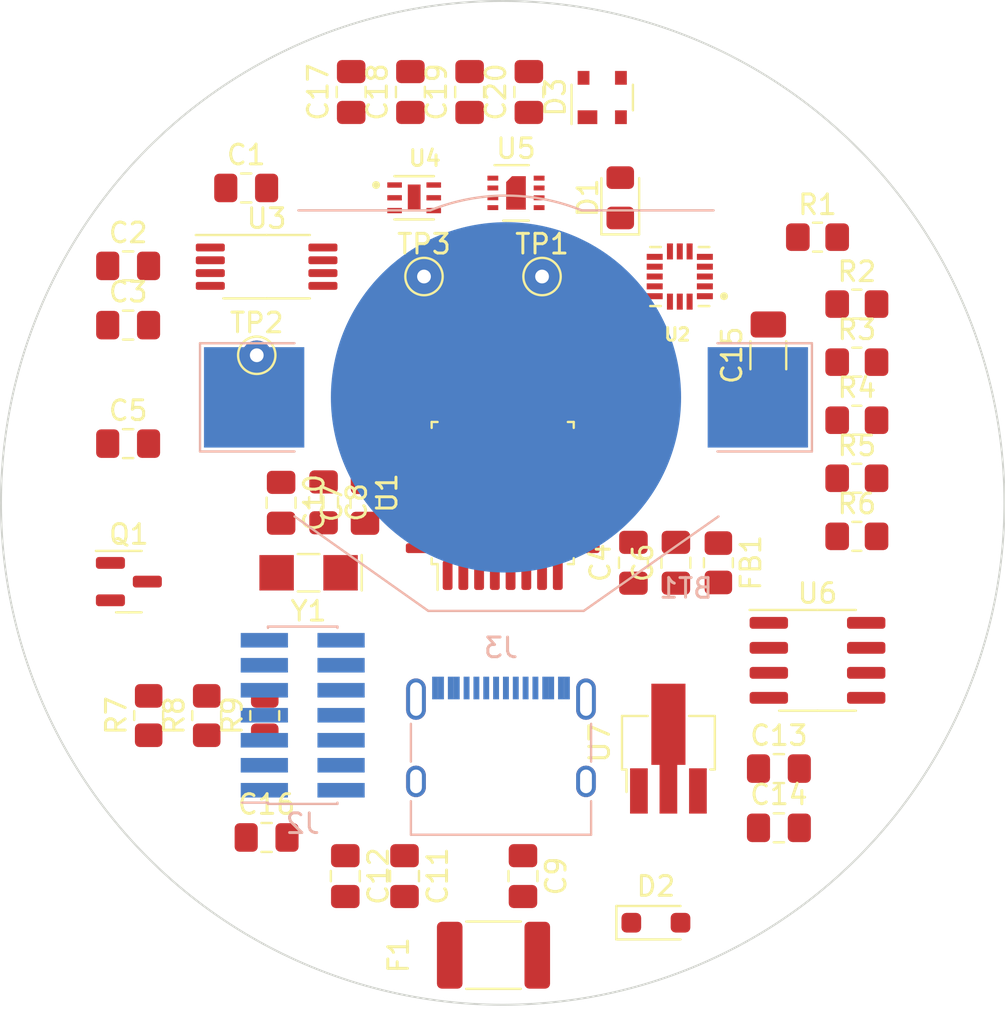
<source format=kicad_pcb>
(kicad_pcb (version 20221018) (generator pcbnew)
  (layers (0 "F.Cu" signal) (31 "B.Cu" signal) (34 "B.Paste" user) (35 "F.Paste" user) (36 "B.SilkS" user "B.Silkscreen") (37 "F.SilkS" user "F.Silkscreen") (38 "B.Mask" user) (39 "F.Mask" user) (44 "Edge.Cuts" user))
  (net 0 "")
  (net 1 "Net-(BT1-+)")
  (net 2 "GND")
  (net 3 "_RESET")
  (net 4 "+3V0")
  (net 5 "Net-(U2-BYP)")
  (net 6 "_LED")
  (net 7 "Net-(D1-A)")
  (net 8 "SWDCLK")
  (net 9 "SWDIO")
  (net 10 "/VDDANA")
  (net 11 "SDA")
  (net 12 "SCL")
  (net 13 "MOSI")
  (net 14 "SCK")
  (net 15 "_FLASH_CS")
  (net 16 "MISO")
  (net 17 "_NFC_INT")
  (net 18 "_LIGHT_INT")
  (net 19 "IMU_INT1")
  (net 20 "IMU_INT2")
  (net 21 "TEMP_INT")
  (net 22 "_TEMP_RESET")
  (net 24 "Net-(U3-AC0)")
  (net 25 "Net-(U3-AC1)")
  (net 29 "/VDDCODE")
  (net 30 "XIN32")
  (net 31 "XOUT32")
  (net 32 "Net-(D3-GND)")
  (net 33 "+5V")
  (net 34 "Net-(D2-A)")
  (net 35 "USB_DP")
  (net 36 "USB_DM")
  (net 37 "Net-(Q1-D)")
  (net 38 "Net-(J3-CC1)")
  (net 40 "Net-(J3-CC2)")
  (net 42 "USB_VBUS_SENSE")
  (net 75 "Net-(J2-GND-Pad5)")
  (net 76 "SWO")
  (footprint "Package_TO_SOT_SMD:SOT-23" (layer "F.Cu") (at 110.5 91)
    (fp_text reference "Q1" (at 0 -2.4) (layer "F.SilkS"))
    (fp_text value "IRLML6401")
    (fp_line (start 0 -1.56) (end -1.675 -1.56) (stroke (width 0.12)) (layer "F.SilkS"))
    (fp_line (start 0 -1.56) (end 0.65 -1.56) (stroke (width 0.12)) (layer "F.SilkS"))
    (fp_line (start 0 1.56) (end -0.65 1.56) (stroke (width 0.12)) (layer "F.SilkS"))
    (fp_line (start 0 1.56) (end 0.65 1.56) (stroke (width 0.12)) (layer "F.SilkS"))
    (pad "1" smd roundrect (at -0.9375 -0.95) (size 1.475 0.6) (layers "F.Cu" "F.Paste" "F.Mask") (net 33 "+5V"))
    (pad "2" smd roundrect (at -0.9375 0.95) (size 1.475 0.6) (layers "F.Cu" "F.Paste" "F.Mask") (net 4 "+3V0"))
    (pad "3" smd roundrect (at 0.9375 0) (size 1.475 0.6) (layers "F.Cu" "F.Paste" "F.Mask") (net 37 "Net-(Q1-D)"))
  )
  (footprint "Capacitor_SMD:C_0805_2012Metric_Pad1.18x1.45mm_HandSolder" (layer "F.Cu") (at 116.4625 71)
    (fp_text reference "C1" (at 0 -1.68) (layer "F.SilkS"))
    (fp_text value "100n")
    (fp_line (start -0.261252 -0.735) (end 0.261252 -0.735) (stroke (width 0.12)) (layer "F.SilkS"))
    (fp_line (start -0.261252 0.735) (end 0.261252 0.735) (stroke (width 0.12)) (layer "F.SilkS"))
    (pad "1" smd roundrect (at -1.0375 0) (size 1.175 1.45) (layers "F.Cu" "F.Paste" "F.Mask") (roundrect_rratio 0.212766) (net 3 "_RESET"))
    (pad "2" smd roundrect (at 1.0375 0) (size 1.175 1.45) (layers "F.Cu" "F.Paste" "F.Mask") (roundrect_rratio 0.212766) (net 2 "GND"))
  )
  (footprint "Resistor_SMD:R_0805_2012Metric_Pad1.20x1.40mm_HandSolder" (layer "F.Cu") (at 111.506 97.806 90)
    (fp_text reference "R7" (at 0 -1.65 90) (layer "F.SilkS"))
    (fp_text value "5k1")
    (fp_line (start -0.227064 -0.735) (end 0.227064 -0.735) (stroke (width 0.12)) (layer "F.SilkS"))
    (fp_line (start -0.227064 0.735) (end 0.227064 0.735) (stroke (width 0.12)) (layer "F.SilkS"))
    (pad "1" smd roundrect (at -1 0 90) (size 1.2 1.4) (layers "F.Cu" "F.Paste" "F.Mask") (roundrect_rratio 0.208333) (net 2 "GND"))
    (pad "2" smd roundrect (at 1 0 90) (size 1.2 1.4) (layers "F.Cu" "F.Paste" "F.Mask") (roundrect_rratio 0.208333) (net 38 "Net-(J3-CC1)"))
  )
  (footprint "Capacitor_SMD:C_1206_3216Metric_Pad1.33x1.80mm_HandSolder" (layer "F.Cu") (at 143 79.5 90)
    (fp_text reference "C15" (at 0 -1.85 90) (layer "F.SilkS"))
    (fp_text value "22u")
    (fp_line (start -0.711252 -0.91) (end 0.711252 -0.91) (stroke (width 0.12)) (layer "F.SilkS"))
    (fp_line (start -0.711252 0.91) (end 0.711252 0.91) (stroke (width 0.12)) (layer "F.SilkS"))
    (pad "1" smd roundrect (at -1.5625 0 90) (size 1.325 1.8) (layers "F.Cu" "F.Paste" "F.Mask") (roundrect_rratio 0.188679) (net 4 "+3V0"))
    (pad "2" smd roundrect (at 1.5625 0 90) (size 1.325 1.8) (layers "F.Cu" "F.Paste" "F.Mask") (roundrect_rratio 0.188679) (net 2 "GND"))
  )
  (footprint "Capacitor_SMD:C_0805_2012Metric_Pad1.18x1.45mm_HandSolder" (layer "F.Cu") (at 136.144 90.043 90)
    (fp_text reference "C4" (at 0 -1.68 90) (layer "F.SilkS"))
    (fp_text value "100n")
    (fp_line (start -0.261252 -0.735) (end 0.261252 -0.735) (stroke (width 0.12)) (layer "F.SilkS"))
    (fp_line (start -0.261252 0.735) (end 0.261252 0.735) (stroke (width 0.12)) (layer "F.SilkS"))
    (pad "1" smd roundrect (at -1.0375 0 90) (size 1.175 1.45) (layers "F.Cu" "F.Paste" "F.Mask") (roundrect_rratio 0.212766) (net 10 "/VDDANA"))
    (pad "2" smd roundrect (at 1.0375 0 90) (size 1.175 1.45) (layers "F.Cu" "F.Paste" "F.Mask") (roundrect_rratio 0.212766) (net 2 "GND"))
  )
  (footprint "Capacitor_SMD:C_0805_2012Metric_Pad1.18x1.45mm_HandSolder" (layer "F.Cu") (at 124.51 105.9625 -90)
    (fp_text reference "C11" (at 0 -1.68 90) (layer "F.SilkS"))
    (fp_text value "100n")
    (fp_line (start -0.261252 -0.735) (end 0.261252 -0.735) (stroke (width 0.12)) (layer "F.SilkS"))
    (fp_line (start -0.261252 0.735) (end 0.261252 0.735) (stroke (width 0.12)) (layer "F.SilkS"))
    (pad "1" smd roundrect (at -1.0375 0 270) (size 1.175 1.45) (layers "F.Cu" "F.Paste" "F.Mask") (roundrect_rratio 0.212766) (net 4 "+3V0"))
    (pad "2" smd roundrect (at 1.0375 0 270) (size 1.175 1.45) (layers "F.Cu" "F.Paste" "F.Mask") (roundrect_rratio 0.212766) (net 2 "GND"))
  )
  (footprint "Resistor_SMD:R_0805_2012Metric_Pad1.20x1.40mm_HandSolder" (layer "F.Cu") (at 117.406 97.806 90)
    (fp_text reference "R9" (at 0 -1.65 90) (layer "F.SilkS"))
    (fp_text value "10k")
    (fp_line (start -0.227064 -0.735) (end 0.227064 -0.735) (stroke (width 0.12)) (layer "F.SilkS"))
    (fp_line (start -0.227064 0.735) (end 0.227064 0.735) (stroke (width 0.12)) (layer "F.SilkS"))
    (pad "1" smd roundrect (at -1 0 90) (size 1.2 1.4) (layers "F.Cu" "F.Paste" "F.Mask") (roundrect_rratio 0.208333) (net 42 "USB_VBUS_SENSE"))
    (pad "2" smd roundrect (at 1 0 90) (size 1.2 1.4) (layers "F.Cu" "F.Paste" "F.Mask") (roundrect_rratio 0.208333) (net 2 "GND"))
  )
  (footprint "Resistor_SMD:R_0805_2012Metric_Pad1.20x1.40mm_HandSolder" (layer "F.Cu") (at 147.5 88.7)
    (fp_text reference "R6" (at 0 -1.65) (layer "F.SilkS"))
    (fp_text value "10k")
    (fp_line (start -0.227064 -0.735) (end 0.227064 -0.735) (stroke (width 0.12)) (layer "F.SilkS"))
    (fp_line (start -0.227064 0.735) (end 0.227064 0.735) (stroke (width 0.12)) (layer "F.SilkS"))
    (pad "1" smd roundrect (at -1 0) (size 1.2 1.4) (layers "F.Cu" "F.Paste" "F.Mask") (roundrect_rratio 0.208333) (net 33 "+5V"))
    (pad "2" smd roundrect (at 1 0) (size 1.2 1.4) (layers "F.Cu" "F.Paste" "F.Mask") (roundrect_rratio 0.208333) (net 42 "USB_VBUS_SENSE"))
  )
  (footprint "Capacitor_SMD:C_0805_2012Metric_Pad1.18x1.45mm_HandSolder" (layer "F.Cu") (at 121.799 66.125 90)
    (fp_text reference "C17" (at 0 -1.68 90) (layer "F.SilkS"))
    (fp_text value "22p")
    (fp_line (start -0.261252 -0.735) (end 0.261252 -0.735) (stroke (width 0.12)) (layer "F.SilkS"))
    (fp_line (start -0.261252 0.735) (end 0.261252 0.735) (stroke (width 0.12)) (layer "F.SilkS"))
    (pad "1" smd roundrect (at -1.0375 0 90) (size 1.175 1.45) (layers "F.Cu" "F.Paste" "F.Mask") (roundrect_rratio 0.212766) (net 30 "XIN32"))
    (pad "2" smd roundrect (at 1.0375 0 90) (size 1.175 1.45) (layers "F.Cu" "F.Paste" "F.Mask") (roundrect_rratio 0.212766) (net 2 "GND"))
  )
  (footprint "Diode_SMD:D_SOD-323_HandSoldering" (layer "F.Cu") (at 137.287 108.331)
    (fp_text reference "D2" (at 0 -1.85) (layer "F.SilkS"))
    (fp_text value "BAT60A")
    (fp_line (start -2.01 -0.85) (end -2.01 0.85) (stroke (width 0.12)) (layer "F.SilkS"))
    (fp_line (start -2.01 -0.85) (end 1.25 -0.85) (stroke (width 0.12)) (layer "F.SilkS"))
    (fp_line (start -2.01 0.85) (end 1.25 0.85) (stroke (width 0.12)) (layer "F.SilkS"))
    (pad "1" smd roundrect (at -1.25 0) (size 1 1) (layers "F.Cu" "F.Paste" "F.Mask") (net 33 "+5V"))
    (pad "2" smd roundrect (at 1.25 0) (size 1 1) (layers "F.Cu" "F.Paste" "F.Mask") (net 34 "Net-(D2-A)"))
  )
  (footprint "Package_SO:TSSOP-8_4.4x3mm_P0.65mm" (layer "F.Cu") (at 117.5 75)
    (fp_text reference "U3" (at 0 -2.45) (layer "F.SilkS"))
    (fp_text value "ST25DV04K")
    (fp_line (start 0 -1.61) (end -3.6 -1.61) (stroke (width 0.12)) (layer "F.SilkS"))
    (fp_line (start 0 -1.61) (end 2.2 -1.61) (stroke (width 0.12)) (layer "F.SilkS"))
    (fp_line (start 0 1.61) (end -2.2 1.61) (stroke (width 0.12)) (layer "F.SilkS"))
    (fp_line (start 0 1.61) (end 2.2 1.61) (stroke (width 0.12)) (layer "F.SilkS"))
    (pad "1" smd roundrect (at -2.8625 -0.975) (size 1.475 0.4) (layers "F.Cu" "F.Paste" "F.Mask"))
    (pad "2" smd roundrect (at -2.8625 -0.325) (size 1.475 0.4) (layers "F.Cu" "F.Paste" "F.Mask") (net 24 "Net-(U3-AC0)"))
    (pad "3" smd roundrect (at -2.8625 0.325) (size 1.475 0.4) (layers "F.Cu" "F.Paste" "F.Mask") (net 25 "Net-(U3-AC1)"))
    (pad "4" smd roundrect (at -2.8625 0.975) (size 1.475 0.4) (layers "F.Cu" "F.Paste" "F.Mask") (net 2 "GND"))
    (pad "5" smd roundrect (at 2.8625 0.975) (size 1.475 0.4) (layers "F.Cu" "F.Paste" "F.Mask") (net 11 "SDA"))
    (pad "6" smd roundrect (at 2.8625 0.325) (size 1.475 0.4) (layers "F.Cu" "F.Paste" "F.Mask") (net 12 "SCL"))
    (pad "7" smd roundrect (at 2.8625 -0.325) (size 1.475 0.4) (layers "F.Cu" "F.Paste" "F.Mask") (net 17 "_NFC_INT"))
    (pad "8" smd roundrect (at 2.8625 -0.975) (size 1.475 0.4) (layers "F.Cu" "F.Paste" "F.Mask") (net 4 "+3V0"))
  )
  (footprint "Sensor_Humidity:Sensirion_DFN-8-1EP_2.5x2.5mm_P0.5mm_EP1.1x1.7mm" (layer "F.Cu") (at 130.175 71.25)
    (fp_text reference "U5" (at 0 -2.25) (layer "F.SilkS"))
    (fp_text value "SHT30-DIS")
    (fp_line (start -1.09 -1.41) (end 0.65 -1.41) (stroke (width 0.12)) (layer "F.SilkS"))
    (fp_line (start -0.65 1.41) (end 0.65 1.41) (stroke (width 0.12)) (layer "F.SilkS"))
    (pad "1" smd rect (at -1.175 -0.75) (size 0.55 0.25) (layers "F.Cu" "F.Paste" "F.Mask") (net 11 "SDA"))
    (pad "2" smd rect (at -1.175 -0.25) (size 0.55 0.25) (layers "F.Cu" "F.Paste" "F.Mask") (net 2 "GND"))
    (pad "3" smd rect (at -1.175 0.25) (size 0.55 0.25) (layers "F.Cu" "F.Paste" "F.Mask") (net 21 "TEMP_INT"))
    (pad "4" smd rect (at -1.175 0.75 180) (size 0.55 0.25) (layers "F.Cu" "F.Paste" "F.Mask") (net 12 "SCL"))
    (pad "5" smd rect (at 1.175 0.75) (size 0.55 0.25) (layers "F.Cu" "F.Paste" "F.Mask") (net 4 "+3V0"))
    (pad "6" smd rect (at 1.175 0.25) (size 0.55 0.25) (layers "F.Cu" "F.Paste" "F.Mask") (net 22 "_TEMP_RESET"))
    (pad "7" smd rect (at 1.175 -0.25) (size 0.55 0.25) (layers "F.Cu" "F.Paste" "F.Mask") (net 2 "GND"))
    (pad "8" smd rect (at 1.175 -0.75) (size 0.55 0.25) (layers "F.Cu" "F.Paste" "F.Mask") (net 2 "GND"))
    (pad "9" smd custom (at 0 0) (size 1 1) (layers "F.Cu" "F.Mask") (net 2 "GND") (options (clearance outline) (anchor circle)) (primitives (gr_poly (pts (xy 0.5 0.85) (xy -0.5 0.85) (xy -0.5 -0.55) (xy -0.2 -0.85) (xy 0.5 -0.85)) (width 0) (fill yes))))
  )
  (footprint "Resistor_SMD:R_0805_2012Metric_Pad1.20x1.40mm_HandSolder" (layer "F.Cu") (at 140.462 90.043 -90)
    (fp_text reference "FB1" (at 0 -1.65 90) (layer "F.SilkS"))
    (fp_text value "330")
    (fp_line (start -0.227064 -0.735) (end 0.227064 -0.735) (stroke (width 0.12)) (layer "F.SilkS"))
    (fp_line (start -0.227064 0.735) (end 0.227064 0.735) (stroke (width 0.12)) (layer "F.SilkS"))
    (pad "1" smd roundrect (at -1 0 270) (size 1.2 1.4) (layers "F.Cu" "F.Paste" "F.Mask") (roundrect_rratio 0.208333) (net 4 "+3V0"))
    (pad "2" smd roundrect (at 1 0 270) (size 1.2 1.4) (layers "F.Cu" "F.Paste" "F.Mask") (roundrect_rratio 0.208333) (net 10 "/VDDANA"))
  )
  (footprint "Capacitor_SMD:C_0805_2012Metric_Pad1.18x1.45mm_HandSolder" (layer "F.Cu") (at 117.5 104)
    (fp_text reference "C16" (at 0 -1.68) (layer "F.SilkS"))
    (fp_text value "100n")
    (fp_line (start -0.261252 -0.735) (end 0.261252 -0.735) (stroke (width 0.12)) (layer "F.SilkS"))
    (fp_line (start -0.261252 0.735) (end 0.261252 0.735) (stroke (width 0.12)) (layer "F.SilkS"))
    (pad "1" smd roundrect (at -1.0375 0) (size 1.175 1.45) (layers "F.Cu" "F.Paste" "F.Mask") (roundrect_rratio 0.212766) (net 4 "+3V0"))
    (pad "2" smd roundrect (at 1.0375 0) (size 1.175 1.45) (layers "F.Cu" "F.Paste" "F.Mask") (roundrect_rratio 0.212766) (net 2 "GND"))
  )
  (footprint "Capacitor_SMD:C_0805_2012Metric_Pad1.18x1.45mm_HandSolder" (layer "F.Cu") (at 138.303 90.043 90)
    (fp_text reference "C6" (at 0 -1.68 90) (layer "F.SilkS"))
    (fp_text value "10u")
    (fp_line (start -0.261252 -0.735) (end 0.261252 -0.735) (stroke (width 0.12)) (layer "F.SilkS"))
    (fp_line (start -0.261252 0.735) (end 0.261252 0.735) (stroke (width 0.12)) (layer "F.SilkS"))
    (pad "1" smd roundrect (at -1.0375 0 90) (size 1.175 1.45) (layers "F.Cu" "F.Paste" "F.Mask") (roundrect_rratio 0.212766) (net 10 "/VDDANA"))
    (pad "2" smd roundrect (at 1.0375 0 90) (size 1.175 1.45) (layers "F.Cu" "F.Paste" "F.Mask") (roundrect_rratio 0.212766) (net 2 "GND"))
  )
  (footprint "Resistor_SMD:R_0805_2012Metric_Pad1.20x1.40mm_HandSolder" (layer "F.Cu") (at 145.5 73.5)
    (fp_text reference "R1" (at 0 -1.65) (layer "F.SilkS"))
    (fp_text value "1k")
    (fp_line (start -0.227064 -0.735) (end 0.227064 -0.735) (stroke (width 0.12)) (layer "F.SilkS"))
    (fp_line (start -0.227064 0.735) (end 0.227064 0.735) (stroke (width 0.12)) (layer "F.SilkS"))
    (pad "1" smd roundrect (at -1 0) (size 1.2 1.4) (layers "F.Cu" "F.Paste" "F.Mask") (roundrect_rratio 0.208333) (net 4 "+3V0"))
    (pad "2" smd roundrect (at 1 0) (size 1.2 1.4) (layers "F.Cu" "F.Paste" "F.Mask") (roundrect_rratio 0.208333) (net 8 "SWDCLK"))
  )
  (footprint "Package_TO_SOT_SMD:SOT-143" (layer "F.Cu") (at 134.559 66.405 90)
    (fp_text reference "D3" (at 0.02 -2.38 90) (layer "F.SilkS"))
    (fp_text value "PRTR5V0U2X")
    (fp_line (start -0.65 1.56) (end 0.65 1.56) (stroke (width 0.12)) (layer "F.SilkS"))
    (fp_line (start 0.65 -1.56) (end -1.35 -1.56) (stroke (width 0.12)) (layer "F.SilkS"))
    (pad "1" smd rect (at -1 -0.75 90) (size 0.7 1) (layers "F.Cu" "F.Paste" "F.Mask") (net 32 "Net-(D3-GND)"))
    (pad "2" smd rect (at -1 0.95 90) (size 0.7 0.6) (layers "F.Cu" "F.Paste" "F.Mask") (net 35 "USB_DP"))
    (pad "3" smd rect (at 1 0.95 90) (size 0.7 0.6) (layers "F.Cu" "F.Paste" "F.Mask") (net 36 "USB_DM"))
    (pad "4" smd rect (at 1 -0.95 90) (size 0.7 0.6) (layers "F.Cu" "F.Paste" "F.Mask") (net 33 "+5V"))
  )
  (footprint "Resistor_SMD:R_0805_2012Metric_Pad1.20x1.40mm_HandSolder" (layer "F.Cu") (at 147.5 76.9)
    (fp_text reference "R2" (at 0 -1.65) (layer "F.SilkS"))
    (fp_text value "1M")
    (fp_line (start -0.227064 -0.735) (end 0.227064 -0.735) (stroke (width 0.12)) (layer "F.SilkS"))
    (fp_line (start -0.227064 0.735) (end 0.227064 0.735) (stroke (width 0.12)) (layer "F.SilkS"))
    (pad "1" smd roundrect (at -1 0) (size 1.2 1.4) (layers "F.Cu" "F.Paste" "F.Mask") (roundrect_rratio 0.208333) (net 32 "Net-(D3-GND)"))
    (pad "2" smd roundrect (at 1 0) (size 1.2 1.4) (layers "F.Cu" "F.Paste" "F.Mask") (roundrect_rratio 0.208333) (net 2 "GND"))
  )
  (footprint "LED_SMD:LED_0805_2012Metric_Pad1.15x1.40mm_HandSolder" (layer "F.Cu") (at 135.475 71.5 90)
    (fp_text reference "D1" (at 0 -1.65 90) (layer "F.SilkS"))
    (fp_text value "LED")
    (fp_line (start -1.86 -0.96) (end -1.86 0.96) (stroke (width 0.12)) (layer "F.SilkS"))
    (fp_line (start -1.86 0.96) (end 1 0.96) (stroke (width 0.12)) (layer "F.SilkS"))
    (fp_line (start 1 -0.96) (end -1.86 -0.96) (stroke (width 0.12)) (layer "F.SilkS"))
    (pad "1" smd roundrect (at -1.025 0 90) (size 1.15 1.4) (layers "F.Cu" "F.Paste" "F.Mask") (roundrect_rratio 0.217391) (net 6 "_LED"))
    (pad "2" smd roundrect (at 1.025 0 90) (size 1.15 1.4) (layers "F.Cu" "F.Paste" "F.Mask") (roundrect_rratio 0.217391) (net 7 "Net-(D1-A)"))
  )
  (footprint "Capacitor_SMD:C_0805_2012Metric_Pad1.18x1.45mm_HandSolder" (layer "F.Cu") (at 127.819 66.125 90)
    (fp_text reference "C19" (at 0 -1.68 90) (layer "F.SilkS"))
    (fp_text value "4n7")
    (fp_line (start -0.261252 -0.735) (end 0.261252 -0.735) (stroke (width 0.12)) (layer "F.SilkS"))
    (fp_line (start -0.261252 0.735) (end 0.261252 0.735) (stroke (width 0.12)) (layer "F.SilkS"))
    (pad "1" smd roundrect (at -1.0375 0 90) (size 1.175 1.45) (layers "F.Cu" "F.Paste" "F.Mask") (roundrect_rratio 0.212766) (net 32 "Net-(D3-GND)"))
    (pad "2" smd roundrect (at 1.0375 0 90) (size 1.175 1.45) (layers "F.Cu" "F.Paste" "F.Mask") (roundrect_rratio 0.212766) (net 2 "GND"))
  )
  (footprint "Resistor_SMD:R_0805_2012Metric_Pad1.20x1.40mm_HandSolder" (layer "F.Cu") (at 147.5 79.85)
    (fp_text reference "R3" (at 0 -1.65) (layer "F.SilkS"))
    (fp_text value "1k")
    (fp_line (start -0.227064 -0.735) (end 0.227064 -0.735) (stroke (width 0.12)) (layer "F.SilkS"))
    (fp_line (start -0.227064 0.735) (end 0.227064 0.735) (stroke (width 0.12)) (layer "F.SilkS"))
    (pad "1" smd roundrect (at -1 0) (size 1.2 1.4) (layers "F.Cu" "F.Paste" "F.Mask") (roundrect_rratio 0.208333) (net 4 "+3V0"))
    (pad "2" smd roundrect (at 1 0) (size 1.2 1.4) (layers "F.Cu" "F.Paste" "F.Mask") (roundrect_rratio 0.208333) (net 7 "Net-(D1-A)"))
  )
  (footprint "Capacitor_SMD:C_0805_2012Metric_Pad1.18x1.45mm_HandSolder" (layer "F.Cu") (at 143.5375 103.51)
    (fp_text reference "C14" (at 0 -1.68) (layer "F.SilkS"))
    (fp_text value "100n")
    (fp_line (start -0.261252 -0.735) (end 0.261252 -0.735) (stroke (width 0.12)) (layer "F.SilkS"))
    (fp_line (start -0.261252 0.735) (end 0.261252 0.735) (stroke (width 0.12)) (layer "F.SilkS"))
    (pad "1" smd roundrect (at -1.0375 0) (size 1.175 1.45) (layers "F.Cu" "F.Paste" "F.Mask") (roundrect_rratio 0.212766) (net 4 "+3V0"))
    (pad "2" smd roundrect (at 1.0375 0) (size 1.175 1.45) (layers "F.Cu" "F.Paste" "F.Mask") (roundrect_rratio 0.212766) (net 2 "GND"))
  )
  (footprint "Capacitor_SMD:C_0805_2012Metric_Pad1.18x1.45mm_HandSolder" (layer "F.Cu") (at 130.53 105.9625 -90)
    (fp_text reference "C9" (at 0 -1.68 90) (layer "F.SilkS"))
    (fp_text value "100n")
    (fp_line (start -0.261252 -0.735) (end 0.261252 -0.735) (stroke (width 0.12)) (layer "F.SilkS"))
    (fp_line (start -0.261252 0.735) (end 0.261252 0.735) (stroke (width 0.12)) (layer "F.SilkS"))
    (pad "1" smd roundrect (at -1.0375 0 270) (size 1.175 1.45) (layers "F.Cu" "F.Paste" "F.Mask") (roundrect_rratio 0.212766) (net 5 "Net-(U2-BYP)"))
    (pad "2" smd roundrect (at 1.0375 0 270) (size 1.175 1.45) (layers "F.Cu" "F.Paste" "F.Mask") (roundrect_rratio 0.212766) (net 2 "GND"))
  )
  (footprint "Personal:SON65P200X200X65-7N" (layer "F.Cu") (at 125 71.5)
    (fp_text reference "U4" (at 0.54 -2.008) (layer "F.SilkS") (effects (font (size 0.8 0.8))))
    (fp_text value "OPT3001DNPR")
    (fp_line (start -1 -1.099) (end 1 -1.099) (stroke (width 0.127)) (layer "F.SilkS"))
    (fp_line (start -1 1.099) (end 1 1.099) (stroke (width 0.127)) (layer "F.SilkS"))
    (fp_circle (center -1.935 -0.65) (end -1.835 -0.65) (stroke (width 0.2)) (fill none) (layer "F.SilkS"))
    (pad "1" smd roundrect (at -0.995 -0.65) (size 0.74 0.27) (layers "F.Cu" "F.Paste" "F.Mask") (roundrect_rratio 0.03) (net 4 "+3V0"))
    (pad "2" smd roundrect (at -0.995 0) (size 0.74 0.27) (layers "F.Cu" "F.Paste" "F.Mask") (roundrect_rratio 0.03) (net 2 "GND"))
    (pad "3" smd roundrect (at -0.995 0.65) (size 0.74 0.27) (layers "F.Cu" "F.Paste" "F.Mask") (roundrect_rratio 0.03) (net 2 "GND"))
    (pad "4" smd roundrect (at 0.995 0.65) (size 0.74 0.27) (layers "F.Cu" "F.Paste" "F.Mask") (roundrect_rratio 0.03) (net 12 "SCL"))
    (pad "5" smd roundrect (at 0.995 0) (size 0.74 0.27) (layers "F.Cu" "F.Paste" "F.Mask") (roundrect_rratio 0.03) (net 18 "_LIGHT_INT"))
    (pad "6" smd roundrect (at 0.995 -0.65) (size 0.74 0.27) (layers "F.Cu" "F.Paste" "F.Mask") (roundrect_rratio 0.03) (net 11 "SDA"))
    (pad "7" smd rect (at 0 0) (size 0.65 1.35) (layers "F.Cu" "F.Mask") (net 2 "GND"))
  )
  (footprint "Fuse:Fuse_1812_4532Metric_Pad1.30x3.40mm_HandSolder" (layer "F.Cu") (at 129.032 109.982)
    (fp_text reference "F1" (at -4.826 0 90) (layer "F.SilkS"))
    (fp_text value "MSMF010 0.01A")
    (fp_line (start -1.386252 -1.71) (end 1.386252 -1.71) (stroke (width 0.12)) (layer "F.SilkS"))
    (fp_line (start -1.386252 1.71) (end 1.386252 1.71) (stroke (width 0.12)) (layer "F.SilkS"))
    (pad "1" smd roundrect (at -2.225 0) (size 1.3 3.4) (layers "F.Cu" "F.Paste" "F.Mask") (roundrect_rratio 0.192308) (net 37 "Net-(Q1-D)"))
    (pad "2" smd roundrect (at 2.225 0) (size 1.3 3.4) (layers "F.Cu" "F.Paste" "F.Mask") (roundrect_rratio 0.192308) (net 1 "Net-(BT1-+)"))
  )
  (footprint "Package_TO_SOT_SMD:SOT-89-3_Handsoldering" (layer "F.Cu") (at 137.922 99.187 90)
    (fp_text reference "U7" (at 0 -3.5 90) (layer "F.SilkS"))
    (fp_text value "L78L33ABUTR")
    (fp_line (start -2.5 -2.13) (end -1.36 -2.13) (stroke (width 0.12)) (layer "F.SilkS"))
    (fp_line (start -1.36 -2.36) (end -1.36 -2.13) (stroke (width 0.12)) (layer "F.SilkS"))
    (fp_line (start -1.36 -2.36) (end 1.36 -2.36) (stroke (width 0.12)) (layer "F.SilkS"))
    (fp_line (start -1.36 2.36) (end -1.36 2.13) (stroke (width 0.12)) (layer "F.SilkS"))
    (fp_line (start 1.36 -2.36) (end 1.36 -1.05) (stroke (width 0.12)) (layer "F.SilkS"))
    (fp_line (start 1.36 1.05) (end 1.36 2.36) (stroke (width 0.12)) (layer "F.SilkS"))
    (fp_line (start 1.36 2.36) (end -1.36 2.36) (stroke (width 0.12)) (layer "F.SilkS"))
    (pad "1" smd rect (at -2.45 -1.5 90) (size 2.3 0.9) (layers "F.Cu" "F.Paste" "F.Mask") (net 4 "+3V0"))
    (pad "2" smd custom (at -2.3625 0 90) (size 2.475 0.9) (layers "F.Cu" "F.Paste" "F.Mask") (net 2 "GND") (options (clearance outline) (anchor rect)) (primitives (gr_poly (pts (xy 5.3625 0.8665) (xy 1.2375 0.8665) (xy 1.2375 -0.8665) (xy 5.3625 -0.8665)) (width 0) (fill yes))))
    (pad "3" smd rect (at -2.45 1.5 90) (size 2.3 0.9) (layers "F.Cu" "F.Paste" "F.Mask") (net 33 "+5V"))
  )
  (footprint "Resistor_SMD:R_0805_2012Metric_Pad1.20x1.40mm_HandSolder" (layer "F.Cu") (at 147.5 85.75)
    (fp_text reference "R5" (at 0 -1.65) (layer "F.SilkS"))
    (fp_text value "4k7")
    (fp_line (start -0.227064 -0.735) (end 0.227064 -0.735) (stroke (width 0.12)) (layer "F.SilkS"))
    (fp_line (start -0.227064 0.735) (end 0.227064 0.735) (stroke (width 0.12)) (layer "F.SilkS"))
    (pad "1" smd roundrect (at -1 0) (size 1.2 1.4) (layers "F.Cu" "F.Paste" "F.Mask") (roundrect_rratio 0.208333) (net 4 "+3V0"))
    (pad "2" smd roundrect (at 1 0) (size 1.2 1.4) (layers "F.Cu" "F.Paste" "F.Mask") (roundrect_rratio 0.208333) (net 12 "SCL"))
  )
  (footprint "Crystal:Crystal_SMD_EuroQuartz_EQ161-2Pin_3.2x1.5mm_HandSoldering" (layer "F.Cu") (at 119.634 90.551 180)
    (fp_text reference "Y1" (at 0 -1.95) (layer "F.SilkS"))
    (fp_text value "SC-32S32.768")
    (fp_line (start -2.7 -0.9) (end -2.7 0.9) (stroke (width 0.12)) (layer "F.SilkS"))
    (fp_line (start -0.55 -0.95) (end 0.55 -0.95) (stroke (width 0.12)) (layer "F.SilkS"))
    (fp_line (start -0.55 0.95) (end 0.55 0.95) (stroke (width 0.12)) (layer "F.SilkS"))
    (pad "1" smd rect (at -1.625 0 180) (size 1.75 1.8) (layers "F.Cu" "F.Paste" "F.Mask") (net 30 "XIN32"))
    (pad "2" smd rect (at 1.625 0 180) (size 1.75 1.8) (layers "F.Cu" "F.Paste" "F.Mask") (net 31 "XOUT32"))
  )
  (footprint "Package_QFP:LQFP-32_7x7mm_P0.8mm" (layer "F.Cu") (at 129.5 86.5 90)
    (fp_text reference "U1" (at 0 -5.88 90) (layer "F.SilkS"))
    (fp_text value "STM32L412K8Tx")
    (fp_line (start -3.61 -3.61) (end -3.61 -3.31) (stroke (width 0.12)) (layer "F.SilkS"))
    (fp_line (start -3.61 -3.31) (end -4.925 -3.31) (stroke (width 0.12)) (layer "F.SilkS"))
    (fp_line (start -3.61 3.61) (end -3.61 3.31) (stroke (width 0.12)) (layer "F.SilkS"))
    (fp_line (start -3.31 -3.61) (end -3.61 -3.61) (stroke (width 0.12)) (layer "F.SilkS"))
    (fp_line (start -3.31 3.61) (end -3.61 3.61) (stroke (width 0.12)) (layer "F.SilkS"))
    (fp_line (start 3.31 -3.61) (end 3.61 -3.61) (stroke (width 0.12)) (layer "F.SilkS"))
    (fp_line (start 3.31 3.61) (end 3.61 3.61) (stroke (width 0.12)) (layer "F.SilkS"))
    (fp_line (start 3.61 -3.61) (end 3.61 -3.31) (stroke (width 0.12)) (layer "F.SilkS"))
    (fp_line (start 3.61 3.61) (end 3.61 3.31) (stroke (width 0.12)) (layer "F.SilkS"))
    (pad "1" smd roundrect (at -4.175 -2.8 90) (size 1.5 0.5) (layers "F.Cu" "F.Paste" "F.Mask"))
    (pad "2" smd roundrect (at -4.175 -2 90) (size 1.5 0.5) (layers "F.Cu" "F.Paste" "F.Mask"))
    (pad "3" smd roundrect (at -4.175 -1.2 90) (size 1.5 0.5) (layers "F.Cu" "F.Paste" "F.Mask"))
    (pad "4" smd roundrect (at -4.175 -0.4 90) (size 1.5 0.5) (layers "F.Cu" "F.Paste" "F.Mask") (net 3 "_RESET"))
    (pad "5" smd roundrect (at -4.175 0.4 90) (size 1.5 0.5) (layers "F.Cu" "F.Paste" "F.Mask"))
    (pad "6" smd roundrect (at -4.175 1.2 90) (size 1.5 0.5) (layers "F.Cu" "F.Paste" "F.Mask"))
    (pad "7" smd roundrect (at -4.175 2 90) (size 1.5 0.5) (layers "F.Cu" "F.Paste" "F.Mask"))
    (pad "8" smd roundrect (at -4.175 2.8 90) (size 1.5 0.5) (layers "F.Cu" "F.Paste" "F.Mask"))
    (pad "9" smd roundrect (at -2.8 4.175 90) (size 0.5 1.5) (layers "F.Cu" "F.Paste" "F.Mask"))
    (pad "10" smd roundrect (at -2 4.175 90) (size 0.5 1.5) (layers "F.Cu" "F.Paste" "F.Mask"))
    (pad "11" smd roundrect (at -1.2 4.175 90) (size 0.5 1.5) (layers "F.Cu" "F.Paste" "F.Mask"))
    (pad "12" smd roundrect (at -0.4 4.175 90) (size 0.5 1.5) (layers "F.Cu" "F.Paste" "F.Mask"))
    (pad "13" smd roundrect (at 0.4 4.175 90) (size 0.5 1.5) (layers "F.Cu" "F.Paste" "F.Mask"))
    (pad "14" smd roundrect (at 1.2 4.175 90) (size 0.5 1.5) (layers "F.Cu" "F.Paste" "F.Mask"))
    (pad "15" smd roundrect (at 2 4.175 90) (size 0.5 1.5) (layers "F.Cu" "F.Paste" "F.Mask"))
    (pad "16" smd roundrect (at 2.8 4.175 90) (size 0.5 1.5) (layers "F.Cu" "F.Paste" "F.Mask") (net 2 "GND"))
    (pad "17" smd roundrect (at 4.175 2.8 90) (size 1.5 0.5) (layers "F.Cu" "F.Paste" "F.Mask"))
    (pad "18" smd roundrect (at 4.175 2 90) (size 1.5 0.5) (layers "F.Cu" "F.Paste" "F.Mask"))
    (pad "19" smd roundrect (at 4.175 1.2 90) (size 1.5 0.5) (layers "F.Cu" "F.Paste" "F.Mask"))
    (pad "20" smd roundrect (at 4.175 0.4 90) (size 1.5 0.5) (layers "F.Cu" "F.Paste" "F.Mask"))
    (pad "21" smd roundrect (at 4.175 -0.4 90) (size 1.5 0.5) (layers "F.Cu" "F.Paste" "F.Mask"))
    (pad "22" smd roundrect (at 4.175 -1.2 90) (size 1.5 0.5) (layers "F.Cu" "F.Paste" "F.Mask"))
    (pad "23" smd roundrect (at 4.175 -2 90) (size 1.5 0.5) (layers "F.Cu" "F.Paste" "F.Mask"))
    (pad "24" smd roundrect (at 4.175 -2.8 90) (size 1.5 0.5) (layers "F.Cu" "F.Paste" "F.Mask"))
    (pad "25" smd roundrect (at 2.8 -4.175 90) (size 0.5 1.5) (layers "F.Cu" "F.Paste" "F.Mask"))
    (pad "26" smd roundrect (at 2 -4.175 90) (size 0.5 1.5) (layers "F.Cu" "F.Paste" "F.Mask"))
    (pad "27" smd roundrect (at 1.2 -4.175 90) (size 0.5 1.5) (layers "F.Cu" "F.Paste" "F.Mask"))
    (pad "28" smd roundrect (at 0.4 -4.175 90) (size 0.5 1.5) (layers "F.Cu" "F.Paste" "F.Mask"))
    (pad "29" smd roundrect (at -0.4 -4.175 90) (size 0.5 1.5) (layers "F.Cu" "F.Paste" "F.Mask"))
    (pad "30" smd roundrect (at -1.2 -4.175 90) (size 0.5 1.5) (layers "F.Cu" "F.Paste" "F.Mask"))
    (pad "31" smd roundrect (at -2 -4.175 90) (size 0.5 1.5) (layers "F.Cu" "F.Paste" "F.Mask"))
    (pad "32" smd roundrect (at -2.8 -4.175 90) (size 0.5 1.5) (layers "F.Cu" "F.Paste" "F.Mask") (net 2 "GND"))
  )
  (footprint "Resistor_SMD:R_0805_2012Metric_Pad1.20x1.40mm_HandSolder" (layer "F.Cu") (at 114.456 97.806 90)
    (fp_text reference "R8" (at 0 -1.65 90) (layer "F.SilkS"))
    (fp_text value "5k1")
    (fp_line (start -0.227064 -0.735) (end 0.227064 -0.735) (stroke (width 0.12)) (layer "F.SilkS"))
    (fp_line (start -0.227064 0.735) (end 0.227064 0.735) (stroke (width 0.12)) (layer "F.SilkS"))
    (pad "1" smd roundrect (at -1 0 90) (size 1.2 1.4) (layers "F.Cu" "F.Paste" "F.Mask") (roundrect_rratio 0.208333) (net 2 "GND"))
    (pad "2" smd roundrect (at 1 0 90) (size 1.2 1.4) (layers "F.Cu" "F.Paste" "F.Mask") (roundrect_rratio 0.208333) (net 40 "Net-(J3-CC2)"))
  )
  (footprint "Capacitor_SMD:C_0805_2012Metric_Pad1.18x1.45mm_HandSolder" (layer "F.Cu") (at 143.5375 100.5)
    (fp_text reference "C13" (at 0 -1.68) (layer "F.SilkS"))
    (fp_text value "100n")
    (fp_line (start -0.261252 -0.735) (end 0.261252 -0.735) (stroke (width 0.12)) (layer "F.SilkS"))
    (fp_line (start -0.261252 0.735) (end 0.261252 0.735) (stroke (width 0.12)) (layer "F.SilkS"))
    (pad "1" smd roundrect (at -1.0375 0) (size 1.175 1.45) (layers "F.Cu" "F.Paste" "F.Mask") (roundrect_rratio 0.212766) (net 4 "+3V0"))
    (pad "2" smd roundrect (at 1.0375 0) (size 1.175 1.45) (layers "F.Cu" "F.Paste" "F.Mask") (roundrect_rratio 0.212766) (net 2 "GND"))
  )
  (footprint "Personal:XDCR_MMA8452QR1" (layer "F.Cu") (at 138.5 75.5 180)
    (fp_text reference "U2" (at 0.127 -2.9464) (layer "F.SilkS") (effects (font (size 0.64 0.64))))
    (fp_text value "MMA8452QR1")
    (fp_line (start -1.5 -1.5) (end -0.966 -1.5) (stroke (width 0.127)) (layer "F.SilkS"))
    (fp_line (start -0.966 1.5) (end -1.5 1.5) (stroke (width 0.127)) (layer "F.SilkS"))
    (fp_line (start 0.966 -1.5) (end 1.5 -1.5) (stroke (width 0.127)) (layer "F.SilkS"))
    (fp_line (start 1.5 1.5) (end 0.966 1.5) (stroke (width 0.127)) (layer "F.SilkS"))
    (fp_circle (center -2.25 -1) (end -2.15 -1) (stroke (width 0.2)) (fill none) (layer "F.SilkS"))
    (pad "1" smd rect (at -1.275 -1 180) (size 0.813 0.305) (layers "F.Cu") (net 4 "+3V0"))
    (pad "2" smd rect (at -1.275 -0.5 180) (size 0.813 0.305) (layers "F.Cu") (net 5 "Net-(U2-BYP)"))
    (pad "3" smd rect (at -1.275 0 180) (size 0.813 0.305) (layers "F.Cu"))
    (pad "4" smd rect (at -1.275 0.5 180) (size 0.813 0.305) (layers "F.Cu") (net 12 "SCL"))
    (pad "5" smd rect (at -1.275 1 180) (size 0.813 0.305) (layers "F.Cu") (net 2 "GND"))
    (pad "6" smd rect (at -0.5 1.275 180) (size 0.305 0.813) (layers "F.Cu") (net 11 "SDA"))
    (pad "7" smd rect (at 0 1.275 180) (size 0.305 0.813) (layers "F.Cu") (net 2 "GND"))
    (pad "8" smd rect (at 0.5 1.275 180) (size 0.305 0.813) (layers "F.Cu"))
    (pad "9" smd rect (at 1.275 1 180) (size 0.813 0.305) (layers "F.Cu") (net 19 "IMU_INT1"))
    (pad "10" smd rect (at 1.275 0.5 180) (size 0.813 0.305) (layers "F.Cu") (net 2 "GND"))
    (pad "11" smd rect (at 1.275 0 180) (size 0.813 0.305) (layers "F.Cu") (net 20 "IMU_INT2"))
    (pad "12" smd rect (at 1.275 -0.5 180) (size 0.813 0.305) (layers "F.Cu") (net 2 "GND"))
    (pad "13" smd rect (at 1.275 -1 180) (size 0.813 0.305) (layers "F.Cu"))
    (pad "14" smd rect (at 0.5 -1.275 180) (size 0.305 0.813) (layers "F.Cu") (net 4 "+3V0"))
    (pad "15" smd rect (at 0 -1.275 180) (size 0.305 0.813) (layers "F.Cu"))
    (pad "16" smd rect (at -0.5 -1.275 180) (size 0.305 0.813) (layers "F.Cu"))
  )
  (footprint "Capacitor_SMD:C_0805_2012Metric_Pad1.18x1.45mm_HandSolder" (layer "F.Cu") (at 110.4625 74.96)
    (fp_text reference "C2" (at 0 -1.68) (layer "F.SilkS"))
    (fp_text value "100n")
    (fp_line (start -0.261252 -0.735) (end 0.261252 -0.735) (stroke (width 0.12)) (layer "F.SilkS"))
    (fp_line (start -0.261252 0.735) (end 0.261252 0.735) (stroke (width 0.12)) (layer "F.SilkS"))
    (pad "1" smd roundrect (at -1.0375 0) (size 1.175 1.45) (layers "F.Cu" "F.Paste" "F.Mask") (roundrect_rratio 0.212766) (net 4 "+3V0"))
    (pad "2" smd roundrect (at 1.0375 0) (size 1.175 1.45) (layers "F.Cu" "F.Paste" "F.Mask") (roundrect_rratio 0.212766) (net 2 "GND"))
  )
  (footprint "TestPoint:TestPoint_THTPad_D1.5mm_Drill0.7mm" (layer "F.Cu") (at 117 79.5)
    (fp_text reference "TP2" (at 0 -1.648) (layer "F.SilkS"))
    (fp_text value "TestPoint_Probe")
    (fp_circle (center 0 0) (end 0 0.95) (stroke (width 0.12)) (fill none) (layer "F.SilkS"))
    (pad "1" thru_hole circle (at 0 0) (size 1.5 1.5) (drill 0.7) (layers "*.Cu" "*.Mask") (net 12 "SCL"))
  )
  (footprint "Capacitor_SMD:C_0805_2012Metric_Pad1.18x1.45mm_HandSolder" (layer "F.Cu") (at 122.5 87 90)
    (fp_text reference "C7" (at 0 -1.68 90) (layer "F.SilkS"))
    (fp_text value "100n")
    (fp_line (start -0.261252 -0.735) (end 0.261252 -0.735) (stroke (width 0.12)) (layer "F.SilkS"))
    (fp_line (start -0.261252 0.735) (end 0.261252 0.735) (stroke (width 0.12)) (layer "F.SilkS"))
    (pad "1" smd roundrect (at -1.0375 0 90) (size 1.175 1.45) (layers "F.Cu" "F.Paste" "F.Mask") (roundrect_rratio 0.212766))
    (pad "2" smd roundrect (at 1.0375 0 90) (size 1.175 1.45) (layers "F.Cu" "F.Paste" "F.Mask") (roundrect_rratio 0.212766) (net 2 "GND"))
  )
  (footprint "Capacitor_SMD:C_0805_2012Metric_Pad1.18x1.45mm_HandSolder" (layer "F.Cu") (at 130.829 66.125 90)
    (fp_text reference "C20" (at 0 -1.68 90) (layer "F.SilkS"))
    (fp_text value "10u")
    (fp_line (start -0.261252 -0.735) (end 0.261252 -0.735) (stroke (width 0.12)) (layer "F.SilkS"))
    (fp_line (start -0.261252 0.735) (end 0.261252 0.735) (stroke (width 0.12)) (layer "F.SilkS"))
    (pad "1" smd roundrect (at -1.0375 0 90) (size 1.175 1.45) (layers "F.Cu" "F.Paste" "F.Mask") (roundrect_rratio 0.212766) (net 33 "+5V"))
    (pad "2" smd roundrect (at 1.0375 0 90) (size 1.175 1.45) (layers "F.Cu" "F.Paste" "F.Mask") (roundrect_rratio 0.212766) (net 2 "GND"))
  )
  (footprint "TestPoint:TestPoint_THTPad_D1.5mm_Drill0.7mm" (layer "F.Cu") (at 125.5 75.5)
    (fp_text reference "TP3" (at 0 -1.648) (layer "F.SilkS"))
    (fp_text value "TestPoint_Probe")
    (fp_circle (center 0 0) (end 0 0.95) (stroke (width 0.12)) (fill none) (layer "F.SilkS"))
    (pad "1" thru_hole circle (at 0 0) (size 1.5 1.5) (drill 0.7) (layers "*.Cu" "*.Mask") (net 2 "GND"))
  )
  (footprint "Capacitor_SMD:C_0805_2012Metric_Pad1.18x1.45mm_HandSolder" (layer "F.Cu") (at 121.5 105.9625 -90)
    (fp_text reference "C12" (at 0 -1.68 90) (layer "F.SilkS"))
    (fp_text value "100n")
    (fp_line (start -0.261252 -0.735) (end 0.261252 -0.735) (stroke (width 0.12)) (layer "F.SilkS"))
    (fp_line (start -0.261252 0.735) (end 0.261252 0.735) (stroke (width 0.12)) (layer "F.SilkS"))
    (pad "1" smd roundrect (at -1.0375 0 270) (size 1.175 1.45) (layers "F.Cu" "F.Paste" "F.Mask") (roundrect_rratio 0.212766) (net 4 "+3V0"))
    (pad "2" smd roundrect (at 1.0375 0 270) (size 1.175 1.45) (layers "F.Cu" "F.Paste" "F.Mask") (roundrect_rratio 0.212766) (net 2 "GND"))
  )
  (footprint "Package_SO:SOIC-8_3.9x4.9mm_P1.27mm" (layer "F.Cu") (at 145.5 95)
    (fp_text reference "U6" (at 0 -3.4) (layer "F.SilkS"))
    (fp_text value "AT25SF041B-SSHD-T")
    (fp_line (start 0 -2.56) (end -3.45 -2.56) (stroke (width 0.12)) (layer "F.SilkS"))
    (fp_line (start 0 -2.56) (end 1.95 -2.56) (stroke (width 0.12)) (layer "F.SilkS"))
    (fp_line (start 0 2.56) (end -1.95 2.56) (stroke (width 0.12)) (layer "F.SilkS"))
    (fp_line (start 0 2.56) (end 1.95 2.56) (stroke (width 0.12)) (layer "F.SilkS"))
    (pad "1" smd roundrect (at -2.475 -1.905) (size 1.95 0.6) (layers "F.Cu" "F.Paste" "F.Mask") (net 15 "_FLASH_CS"))
    (pad "2" smd roundrect (at -2.475 -0.635) (size 1.95 0.6) (layers "F.Cu" "F.Paste" "F.Mask") (net 16 "MISO"))
    (pad "3" smd roundrect (at -2.475 0.635) (size 1.95 0.6) (layers "F.Cu" "F.Paste" "F.Mask"))
    (pad "4" smd roundrect (at -2.475 1.905) (size 1.95 0.6) (layers "F.Cu" "F.Paste" "F.Mask") (net 2 "GND"))
    (pad "5" smd roundrect (at 2.475 1.905) (size 1.95 0.6) (layers "F.Cu" "F.Paste" "F.Mask") (net 13 "MOSI"))
    (pad "6" smd roundrect (at 2.475 0.635) (size 1.95 0.6) (layers "F.Cu" "F.Paste" "F.Mask") (net 14 "SCK"))
    (pad "7" smd roundrect (at 2.475 -0.635) (size 1.95 0.6) (layers "F.Cu" "F.Paste" "F.Mask"))
    (pad "8" smd roundrect (at 2.475 -1.905) (size 1.95 0.6) (layers "F.Cu" "F.Paste" "F.Mask") (net 4 "+3V0"))
  )
  (footprint "Capacitor_SMD:C_0805_2012Metric_Pad1.18x1.45mm_HandSolder" (layer "F.Cu") (at 110.4625 77.97)
    (fp_text reference "C3" (at 0 -1.68) (layer "F.SilkS"))
    (fp_text value "100n")
    (fp_line (start -0.261252 -0.735) (end 0.261252 -0.735) (stroke (width 0.12)) (layer "F.SilkS"))
    (fp_line (start -0.261252 0.735) (end 0.261252 0.735) (stroke (width 0.12)) (layer "F.SilkS"))
    (pad "1" smd roundrect (at -1.0375 0) (size 1.175 1.45) (layers "F.Cu" "F.Paste" "F.Mask") (roundrect_rratio 0.212766) (net 4 "+3V0"))
    (pad "2" smd roundrect (at 1.0375 0) (size 1.175 1.45) (layers "F.Cu" "F.Paste" "F.Mask") (roundrect_rratio 0.212766) (net 2 "GND"))
  )
  (footprint "Capacitor_SMD:C_0805_2012Metric_Pad1.18x1.45mm_HandSolder" (layer "F.Cu") (at 118.237 86.995 -90)
    (fp_text reference "C10" (at 0 -1.68 90) (layer "F.SilkS"))
    (fp_text value "1u")
    (fp_line (start -0.261252 -0.735) (end 0.261252 -0.735) (stroke (width 0.12)) (layer "F.SilkS"))
    (fp_line (start -0.261252 0.735) (end 0.261252 0.735) (stroke (width 0.12)) (layer "F.SilkS"))
    (pad "1" smd roundrect (at -1.0375 0 270) (size 1.175 1.45) (layers "F.Cu" "F.Paste" "F.Mask") (roundrect_rratio 0.212766) (net 29 "/VDDCODE"))
    (pad "2" smd roundrect (at 1.0375 0 270) (size 1.175 1.45) (layers "F.Cu" "F.Paste" "F.Mask") (roundrect_rratio 0.212766) (net 2 "GND"))
  )
  (footprint "TestPoint:TestPoint_THTPad_D1.5mm_Drill0.7mm" (layer "F.Cu") (at 131.5 75.5)
    (fp_text reference "TP1" (at 0 -1.648) (layer "F.SilkS"))
    (fp_text value "TestPoint_Probe")
    (fp_circle (center 0 0) (end 0 0.95) (stroke (width 0.12)) (fill none) (layer "F.SilkS"))
    (pad "1" thru_hole circle (at 0 0) (size 1.5 1.5) (drill 0.7) (layers "*.Cu" "*.Mask") (net 11 "SDA"))
  )
  (footprint "Capacitor_SMD:C_0805_2012Metric_Pad1.18x1.45mm_HandSolder" (layer "F.Cu") (at 124.809 66.125 90)
    (fp_text reference "C18" (at 0 -1.68 90) (layer "F.SilkS"))
    (fp_text value "22p")
    (fp_line (start -0.261252 -0.735) (end 0.261252 -0.735) (stroke (width 0.12)) (layer "F.SilkS"))
    (fp_line (start -0.261252 0.735) (end 0.261252 0.735) (stroke (width 0.12)) (layer "F.SilkS"))
    (pad "1" smd roundrect (at -1.0375 0 90) (size 1.175 1.45) (layers "F.Cu" "F.Paste" "F.Mask") (roundrect_rratio 0.212766) (net 31 "XOUT32"))
    (pad "2" smd roundrect (at 1.0375 0 90) (size 1.175 1.45) (layers "F.Cu" "F.Paste" "F.Mask") (roundrect_rratio 0.212766) (net 2 "GND"))
  )
  (footprint "Resistor_SMD:R_0805_2012Metric_Pad1.20x1.40mm_HandSolder" (layer "F.Cu") (at 147.5 82.8)
    (fp_text reference "R4" (at 0 -1.65) (layer "F.SilkS"))
    (fp_text value "4k7")
    (fp_line (start -0.227064 -0.735) (end 0.227064 -0.735) (stroke (width 0.12)) (layer "F.SilkS"))
    (fp_line (start -0.227064 0.735) (end 0.227064 0.735) (stroke (width 0.12)) (layer "F.SilkS"))
    (pad "1" smd roundrect (at -1 0) (size 1.2 1.4) (layers "F.Cu" "F.Paste" "F.Mask") (roundrect_rratio 0.208333) (net 4 "+3V0"))
    (pad "2" smd roundrect (at 1 0) (size 1.2 1.4) (layers "F.Cu" "F.Paste" "F.Mask") (roundrect_rratio 0.208333) (net 11 "SDA"))
  )
  (footprint "Capacitor_SMD:C_0805_2012Metric_Pad1.18x1.45mm_HandSolder" (layer "F.Cu") (at 110.4625 83.99)
    (fp_text reference "C5" (at 0 -1.68) (layer "F.SilkS"))
    (fp_text value "10u")
    (fp_line (start -0.261252 -0.735) (end 0.261252 -0.735) (stroke (width 0.12)) (layer "F.SilkS"))
    (fp_line (start -0.261252 0.735) (end 0.261252 0.735) (stroke (width 0.12)) (layer "F.SilkS"))
    (pad "1" smd roundrect (at -1.0375 0) (size 1.175 1.45) (layers "F.Cu" "F.Paste" "F.Mask") (roundrect_rratio 0.212766) (net 4 "+3V0"))
    (pad "2" smd roundrect (at 1.0375 0) (size 1.175 1.45) (layers "F.Cu" "F.Paste" "F.Mask") (roundrect_rratio 0.212766) (net 2 "GND"))
  )
  (footprint "Capacitor_SMD:C_0805_2012Metric_Pad1.18x1.45mm_HandSolder" (layer "F.Cu") (at 120.396 86.9735 -90)
    (fp_text reference "C8" (at 0 -1.68 90) (layer "F.SilkS"))
    (fp_text value "100n")
    (fp_line (start -0.261252 -0.735) (end 0.261252 -0.735) (stroke (width 0.12)) (layer "F.SilkS"))
    (fp_line (start -0.261252 0.735) (end 0.261252 0.735) (stroke (width 0.12)) (layer "F.SilkS"))
    (pad "1" smd roundrect (at -1.0375 0 270) (size 1.175 1.45) (layers "F.Cu" "F.Paste" "F.Mask") (roundrect_rratio 0.212766) (net 29 "/VDDCODE"))
    (pad "2" smd roundrect (at 1.0375 0 270) (size 1.175 1.45) (layers "F.Cu" "F.Paste" "F.Mask") (roundrect_rratio 0.212766) (net 2 "GND"))
  )
  (footprint "Connector_PinHeader_1.27mm:PinHeader_2x07_P1.27mm_Vertical_SMD" (layer "B.Cu") (at 119.335 97.79)
    (fp_text reference "J2" (at 0 5.505) (layer "B.SilkS") (effects (justify mirror)))
    (fp_text value "Conn_ST_STDC14")
    (fp_line (start -3.09 4.44) (end -1.765 4.44) (stroke (width 0.12)) (layer "B.SilkS"))
    (fp_line (start -1.765 -4.505) (end 1.765 -4.505) (stroke (width 0.12)) (layer "B.SilkS"))
    (fp_line (start -1.765 -4.44) (end -1.765 -4.505) (stroke (width 0.12)) (layer "B.SilkS"))
    (fp_line (start -1.765 4.505) (end -1.765 4.44) (stroke (width 0.12)) (layer "B.SilkS"))
    (fp_line (start -1.765 4.505) (end 1.765 4.505) (stroke (width 0.12)) (layer "B.SilkS"))
    (fp_line (start 1.765 -4.44) (end 1.765 -4.505) (stroke (width 0.12)) (layer "B.SilkS"))
    (fp_line (start 1.765 4.505) (end 1.765 4.44) (stroke (width 0.12)) (layer "B.SilkS"))
    (pad "1" smd rect (at -1.95 3.81) (size 2.4 0.74) (layers "B.Cu" "B.Paste" "B.Mask"))
    (pad "2" smd rect (at 1.95 3.81) (size 2.4 0.74) (layers "B.Cu" "B.Paste" "B.Mask"))
    (pad "3" smd rect (at -1.95 2.54) (size 2.4 0.74) (layers "B.Cu" "B.Paste" "B.Mask"))
    (pad "4" smd rect (at 1.95 2.54) (size 2.4 0.74) (layers "B.Cu" "B.Paste" "B.Mask") (net 9 "SWDIO"))
    (pad "5" smd rect (at -1.95 1.27) (size 2.4 0.74) (layers "B.Cu" "B.Paste" "B.Mask") (net 75 "Net-(J2-GND-Pad5)"))
    (pad "6" smd rect (at 1.95 1.27) (size 2.4 0.74) (layers "B.Cu" "B.Paste" "B.Mask") (net 8 "SWDCLK"))
    (pad "7" smd rect (at -1.95 0) (size 2.4 0.74) (layers "B.Cu" "B.Paste" "B.Mask") (net 75 "Net-(J2-GND-Pad5)"))
    (pad "8" smd rect (at 1.95 0) (size 2.4 0.74) (layers "B.Cu" "B.Paste" "B.Mask") (net 76 "SWO"))
    (pad "9" smd rect (at -1.95 -1.27) (size 2.4 0.74) (layers "B.Cu" "B.Paste" "B.Mask"))
    (pad "10" smd rect (at 1.95 -1.27) (size 2.4 0.74) (layers "B.Cu" "B.Paste" "B.Mask"))
    (pad "11" smd rect (at -1.95 -2.54) (size 2.4 0.74) (layers "B.Cu" "B.Paste" "B.Mask"))
    (pad "12" smd rect (at 1.95 -2.54) (size 2.4 0.74) (layers "B.Cu" "B.Paste" "B.Mask") (net 3 "_RESET"))
    (pad "13" smd rect (at -1.95 -3.81) (size 2.4 0.74) (layers "B.Cu" "B.Paste" "B.Mask"))
    (pad "14" smd rect (at 1.95 -3.81) (size 2.4 0.74) (layers "B.Cu" "B.Paste" "B.Mask"))
  )
  (footprint "Connector_USB:USB_C_Receptacle_XKB_U262-16XN-4BVC11" (layer "B.Cu") (at 129.413 100.076 180)
    (fp_text reference "J3" (at 0 5.715) (layer "B.SilkS") (effects (justify mirror)))
    (fp_text value "USB Type-C")
    (fp_line (start -4.58 -3.785) (end -4.58 -2.08) (stroke (width 0.12)) (layer "B.SilkS"))
    (fp_line (start -4.58 1.85) (end -4.58 -0.07) (stroke (width 0.12)) (layer "B.SilkS"))
    (fp_line (start 4.58 -3.785) (end -4.58 -3.785) (stroke (width 0.12)) (layer "B.SilkS"))
    (fp_line (start 4.58 -2.08) (end 4.58 -3.785) (stroke (width 0.12)) (layer "B.SilkS"))
    (fp_line (start 4.58 -0.07) (end 4.58 1.85) (stroke (width 0.12)) (layer "B.SilkS"))
    (pad "" np_thru_hole circle (at -2.89 2.605 180) (size 0.65 0.65) (drill 0.65) (layers "*.Cu" "*.Mask"))
    (pad "" np_thru_hole circle (at 2.89 2.605 180) (size 0.65 0.65) (drill 0.65) (layers "*.Cu" "*.Mask"))
    (pad "A1" smd rect (at -3.35 3.67 180) (size 0.3 1.15) (layers "B.Cu" "B.Paste" "B.Mask") (net 2 "GND"))
    (pad "A4" smd rect (at -2.55 3.67 180) (size 0.3 1.15) (layers "B.Cu" "B.Paste" "B.Mask") (net 34 "Net-(D2-A)"))
    (pad "A5" smd rect (at -1.25 3.67 180) (size 0.3 1.15) (layers "B.Cu" "B.Paste" "B.Mask") (net 38 "Net-(J3-CC1)"))
    (pad "A6" smd rect (at -0.25 3.67 180) (size 0.3 1.15) (layers "B.Cu" "B.Paste" "B.Mask") (net 35 "USB_DP"))
    (pad "A7" smd rect (at 0.25 3.67 180) (size 0.3 1.15) (layers "B.Cu" "B.Paste" "B.Mask") (net 36 "USB_DM"))
    (pad "A8" smd rect (at 1.25 3.67 180) (size 0.3 1.15) (layers "B.Cu" "B.Paste" "B.Mask"))
    (pad "A9" smd rect (at 2.55 3.67 180) (size 0.3 1.15) (layers "B.Cu" "B.Paste" "B.Mask") (net 34 "Net-(D2-A)"))
    (pad "A12" smd rect (at 3.35 3.67 180) (size 0.3 1.15) (layers "B.Cu" "B.Paste" "B.Mask") (net 2 "GND"))
    (pad "B1" smd rect (at 3.05 3.67 180) (size 0.3 1.15) (layers "B.Cu" "B.Paste" "B.Mask") (net 2 "GND"))
    (pad "B4" smd rect (at 2.25 3.67 180) (size 0.3 1.15) (layers "B.Cu" "B.Paste" "B.Mask") (net 34 "Net-(D2-A)"))
    (pad "B5" smd rect (at 1.75 3.67 180) (size 0.3 1.15) (layers "B.Cu" "B.Paste" "B.Mask") (net 40 "Net-(J3-CC2)"))
    (pad "B6" smd rect (at 0.75 3.67 180) (size 0.3 1.15) (layers "B.Cu" "B.Paste" "B.Mask") (net 35 "USB_DP"))
    (pad "B7" smd rect (at -0.75 3.67 180) (size 0.3 1.15) (layers "B.Cu" "B.Paste" "B.Mask") (net 36 "USB_DM"))
    (pad "B8" smd rect (at -1.75 3.67 180) (size 0.3 1.15) (layers "B.Cu" "B.Paste" "B.Mask"))
    (pad "B9" smd rect (at -2.25 3.67 180) (size 0.3 1.15) (layers "B.Cu" "B.Paste" "B.Mask") (net 34 "Net-(D2-A)"))
    (pad "B12" smd rect (at -3.05 3.67 180) (size 0.3 1.15) (layers "B.Cu" "B.Paste" "B.Mask") (net 2 "GND"))
    (pad "S1" thru_hole oval (at -4.32 -1.075 180) (size 1 1.6) (drill oval 0.6 1.2) (layers "*.Cu" "*.Mask") (net 32 "Net-(D3-GND)"))
    (pad "S1" thru_hole oval (at -4.32 3.105 180) (size 1 2.1) (drill oval 0.6 1.7) (layers "*.Cu" "*.Mask") (net 32 "Net-(D3-GND)"))
    (pad "S1" thru_hole oval (at 4.32 -1.075 180) (size 1 1.6) (drill oval 0.6 1.2) (layers "*.Cu" "*.Mask") (net 32 "Net-(D3-GND)"))
    (pad "S1" thru_hole oval (at 4.32 3.105 180) (size 1 2.1) (drill oval 0.6 1.7) (layers "*.Cu" "*.Mask") (net 32 "Net-(D3-GND)"))
  )
  (footprint "Battery:BatteryHolder_Keystone_3002_1x2032" (layer "B.Cu") (at 129.667 81.638756 180)
    (fp_text reference "BT1" (at -9.15 -9.7) (layer "B.SilkS") (effects (justify mirror)))
    (fp_text value "CR2032")
    (fp_line (start -15.55 -2.75) (end -10.75 -2.75) (stroke (width 0.12)) (layer "B.SilkS"))
    (fp_line (start -15.55 2.75) (end -15.55 -2.75) (stroke (width 0.12)) (layer "B.SilkS"))
    (fp_line (start -10.8 -6.05) (end -3.95 -10.85) (stroke (width 0.12)) (layer "B.SilkS"))
    (fp_line (start -10.75 2.75) (end -15.55 2.75) (stroke (width 0.12)) (layer "B.SilkS"))
    (fp_line (start -10.55 9.5) (end -3.85 9.5) (stroke (width 0.12)) (layer "B.SilkS"))
    (fp_line (start -3.95 -10.85) (end 3.95 -10.85) (stroke (width 0.12)) (layer "B.SilkS"))
    (fp_line (start 3.95 -10.85) (end 10.75 -6.05) (stroke (width 0.12)) (layer "B.SilkS"))
    (fp_line (start 10.55 9.5) (end 3.85 9.5) (stroke (width 0.12)) (layer "B.SilkS"))
    (fp_line (start 10.75 -2.75) (end 15.55 -2.75) (stroke (width 0.12)) (layer "B.SilkS"))
    (fp_line (start 15.55 -2.75) (end 15.55 2.75) (stroke (width 0.12)) (layer "B.SilkS"))
    (fp_line (start 15.55 2.75) (end 10.75 2.75) (stroke (width 0.12)) (layer "B.SilkS"))
    (fp_arc (start 3.85 9.5) (mid 0.00195 10.250488) (end -3.846385 9.501464) (stroke (width 0.12)) (layer "B.SilkS"))
    (pad "1" smd rect (at -12.8 0 180) (size 5.1 5.1) (layers "B.Cu" "B.Paste" "B.Mask") (net 1 "Net-(BT1-+)"))
    (pad "1" smd rect (at 12.8 0 180) (size 5.1 5.1) (layers "B.Cu" "B.Paste" "B.Mask") (net 1 "Net-(BT1-+)"))
    (pad "2" smd circle (at 0 0 180) (size 17.8 17.8) (layers "B.Cu" "B.Mask") (net 2 "GND"))
  )
  (gr_circle (center 129.5 87) (end 155 87) (stroke (width 0.1)) (fill none) (layer "Edge.Cuts"))
)
</source>
